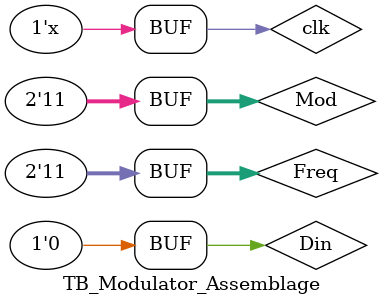
<source format=v>
module TB_Modulator_Assemblage;
reg Din;
reg [1:0]Freq,Mod;
reg clk;
wire [15:0] out;

Modulator_Assemblage Modulate(out,Din,Mod,Freq,clk);

initial
begin

$monitor("out=%d Din=%d Mod=%d Freq=%d clk=%b",out,Din,Mod,Freq,clk);
    clk=0;Din=0;
    Mod=2'b00;          //FSK
        Freq=2'b00;
            #512 Din=1;
            #512 Din=0;
        Freq=2'b01;
            #512 Din=1;
            #512 Din=0;
        Freq=2'b10;
            #512 Din=1;
            #512 Din=0;
        Freq=2'b11;
            #512 Din=1;
            #512 Din=0;
    Mod=2'b01;          //ASK
        Freq=2'b00;
            #512 Din=1;
            #512 Din=0;
        Freq=2'b01;
            #512 Din=1;
            #512 Din=0;
        Freq=2'b10;
            #512 Din=1;
            #512 Din=0;
        Freq=2'b11;
            #512 Din=1;
            #512 Din=0;

    Mod=2'b10;          //BPSK
        Freq=2'b00;
            #512 Din=1;
            #512 Din=0;
        Freq=2'b01;
            #512 Din=1;
            #512 Din=0;
        Freq=2'b10;
            #512 Din=1;
            #512 Din=0;
        Freq=2'b11;
            #512 Din=1;
            #512 Din=0;
    Mod=2'b11;          //QPSK
        Freq=2'b00;
            #64 Din=1;
            #64 Din=0;
            #512 Din=1;
            #512 Din=0;
            #64 Din=0;
            #64 Din=0;
            #64 Din=0;
            #64 Din=1;
            #64 Din=1;
            #64 Din=0;
            #64 Din=1;
            #64 Din=0;
        Freq=2'b01;
            #64 Din=1;
            #64 Din=0;
            #512 Din=1;
            #512 Din=0;
            #64 Din=0;
            #64 Din=0;
            #64 Din=0;
            #64 Din=1;
            #64 Din=1;
            #64 Din=0;
            #64 Din=1;
            #64 Din=0;
        Freq=2'b10;
            #64 Din=1;
            #64 Din=0;
            #512 Din=1;
            #512 Din=0;
            #64 Din=0;
            #64 Din=0;
            #64 Din=0;
            #64 Din=1;
            #64 Din=1;
            #64 Din=0;
            #64 Din=1;
            #64 Din=0;
        Freq=2'b11;
            #64 Din=1;
            #64 Din=0;
            #512 Din=1;
            #512 Din=0;
            #64 Din=0;
            #64 Din=0;
            #64 Din=0;
            #64 Din=1;
            #64 Din=1;
            #64 Din=0;
            #64 Din=1;
            #64 Din=0;
end
always
begin
    #1 clk=~clk;
end
endmodule

</source>
